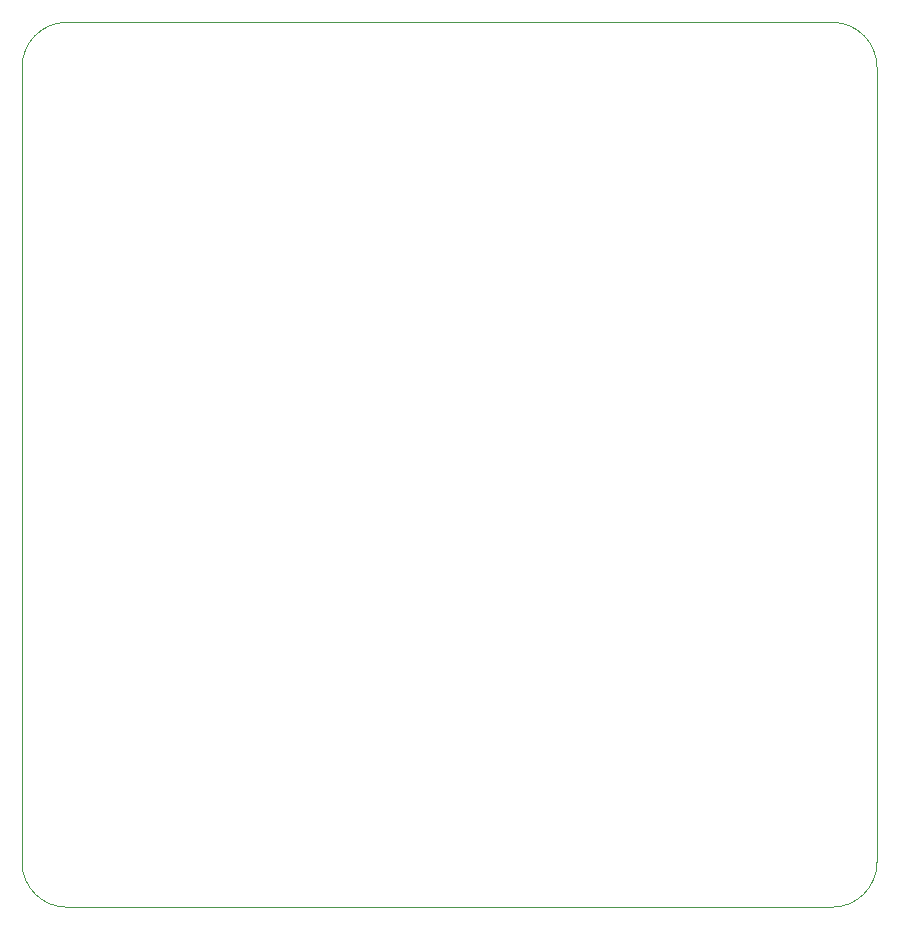
<source format=gbr>
G04 #@! TF.GenerationSoftware,KiCad,Pcbnew,(5.1.2-1)-1*
G04 #@! TF.CreationDate,2019-08-26T08:20:16+10:00*
G04 #@! TF.ProjectId,output-register,6f757470-7574-42d7-9265-676973746572,rev?*
G04 #@! TF.SameCoordinates,Original*
G04 #@! TF.FileFunction,Profile,NP*
%FSLAX46Y46*%
G04 Gerber Fmt 4.6, Leading zero omitted, Abs format (unit mm)*
G04 Created by KiCad (PCBNEW (5.1.2-1)-1) date 2019-08-26 08:20:16*
%MOMM*%
%LPD*%
G04 APERTURE LIST*
%ADD10C,0.100000*%
G04 APERTURE END LIST*
D10*
X181102000Y-65278000D02*
X181102000Y-132588000D01*
X112522000Y-61468000D02*
X177292000Y-61468000D01*
X108712000Y-132588000D02*
X108712000Y-65278000D01*
X177292000Y-136398000D02*
X112522000Y-136398000D01*
X112522000Y-136398000D02*
G75*
G02X108712000Y-132588000I0J3810000D01*
G01*
X181102000Y-132588000D02*
G75*
G02X177292000Y-136398000I-3810000J0D01*
G01*
X177292000Y-61468000D02*
G75*
G02X181102000Y-65278000I0J-3810000D01*
G01*
X108712000Y-65278000D02*
G75*
G02X112522000Y-61468000I3810000J0D01*
G01*
M02*

</source>
